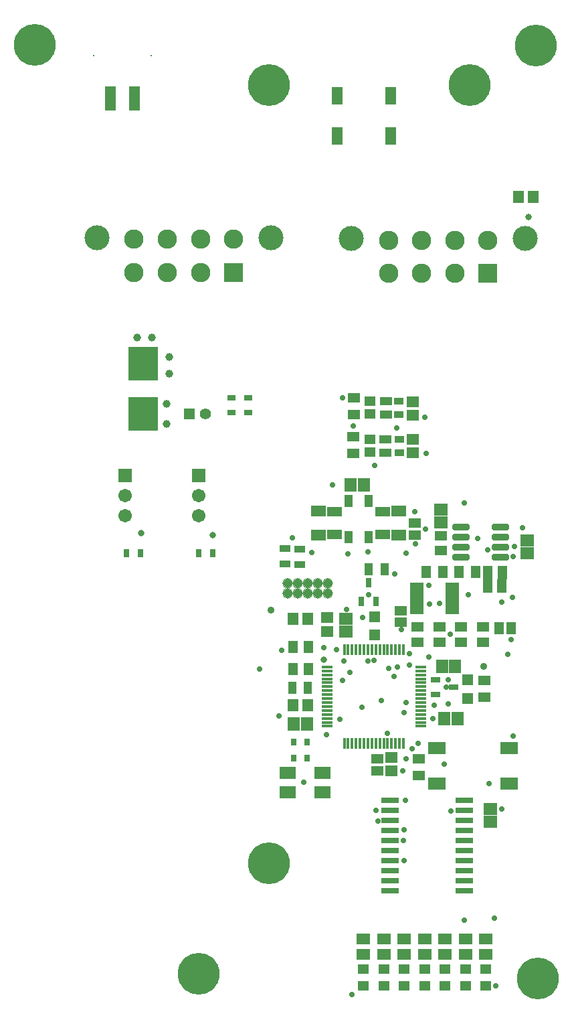
<source format=gts>
G04*
G04 #@! TF.GenerationSoftware,Altium Limited,Altium Designer,21.7.2 (23)*
G04*
G04 Layer_Color=8388736*
%FSLAX25Y25*%
%MOIN*%
G70*
G04*
G04 #@! TF.SameCoordinates,186AB076-094B-42DB-82BF-AC498878BA60*
G04*
G04*
G04 #@! TF.FilePolarity,Negative*
G04*
G01*
G75*
%ADD19C,0.00000*%
%ADD20R,0.06509X0.05524*%
%ADD21R,0.05524X0.05131*%
%ADD22R,0.05800X0.12296*%
%ADD23R,0.15000X0.16693*%
%ADD24R,0.04134X0.03150*%
%ADD25R,0.05363X0.04558*%
%ADD26R,0.06115X0.06902*%
%ADD27R,0.06115X0.04147*%
%ADD28R,0.04343X0.06115*%
%ADD29R,0.07316X0.05339*%
%ADD30R,0.05151X0.03175*%
%ADD31R,0.05142X0.05938*%
%ADD32R,0.02559X0.03740*%
%ADD33R,0.05534X0.05938*%
%ADD34R,0.08280X0.06312*%
%ADD35R,0.05524X0.01666*%
%ADD36R,0.01666X0.05524*%
%ADD37R,0.03150X0.04134*%
%ADD38R,0.04422X0.06391*%
%ADD39R,0.06115X0.04934*%
%ADD40R,0.06312X0.05524*%
%ADD41R,0.08600X0.03000*%
%ADD42R,0.05709X0.03740*%
%ADD43R,0.05938X0.05534*%
%ADD44R,0.05500X0.09000*%
%ADD45R,0.07296X0.05131*%
%ADD46R,0.06902X0.06115*%
%ADD47R,0.03162X0.04540*%
%ADD48R,0.05328X0.05328*%
%ADD49R,0.06509X0.02178*%
%ADD50R,0.05938X0.04750*%
%ADD51R,0.05727X0.06127*%
%ADD52R,0.09068X0.06312*%
%ADD53R,0.04540X0.03162*%
%ADD54R,0.05938X0.05142*%
%ADD55R,0.06391X0.04619*%
%ADD56R,0.04750X0.05938*%
%ADD57R,0.04934X0.06115*%
G04:AMPARAMS|DCode=58|XSize=84.77mil|YSize=31.23mil|CornerRadius=6.9mil|HoleSize=0mil|Usage=FLASHONLY|Rotation=180.000|XOffset=0mil|YOffset=0mil|HoleType=Round|Shape=RoundedRectangle|*
%AMROUNDEDRECTD58*
21,1,0.08477,0.01742,0,0,180.0*
21,1,0.07097,0.03123,0,0,180.0*
1,1,0.01381,-0.03548,0.00871*
1,1,0.01381,0.03548,0.00871*
1,1,0.01381,0.03548,-0.00871*
1,1,0.01381,-0.03548,-0.00871*
%
%ADD58ROUNDEDRECTD58*%
%ADD59R,0.04934X0.06509*%
%ADD60C,0.00800*%
%ADD61C,0.12411*%
%ADD62C,0.09655*%
%ADD63R,0.09655X0.09655*%
%ADD64C,0.05556*%
%ADD65R,0.05556X0.05556*%
%ADD66R,0.06737X0.06737*%
%ADD67C,0.06737*%
%ADD68C,0.04500*%
%ADD69C,0.20800*%
%ADD70C,0.02847*%
%ADD71C,0.03300*%
%ADD72C,0.03600*%
%ADD73C,0.03950*%
%ADD74C,0.03900*%
%ADD75C,0.02800*%
D19*
X-118351Y214400D02*
G03*
X-118351Y214400I-2449J0D01*
G01*
Y209400D02*
G03*
X-118351Y209400I-2449J0D01*
G01*
X-123351Y214400D02*
G03*
X-123351Y214400I-2449J0D01*
G01*
Y209400D02*
G03*
X-123351Y209400I-2449J0D01*
G01*
X-128351Y214400D02*
G03*
X-128351Y214400I-2449J0D01*
G01*
Y209400D02*
G03*
X-128351Y209400I-2449J0D01*
G01*
X-133351Y214400D02*
G03*
X-133351Y214400I-2449J0D01*
G01*
Y209400D02*
G03*
X-133351Y209400I-2449J0D01*
G01*
X-138351Y214400D02*
G03*
X-138351Y214400I-2449J0D01*
G01*
Y209400D02*
G03*
X-138351Y209400I-2449J0D01*
G01*
D20*
X-52132Y29637D02*
D03*
Y37511D02*
D03*
X-41949Y29637D02*
D03*
Y37511D02*
D03*
X-62316Y29637D02*
D03*
Y37511D02*
D03*
X-72500Y29637D02*
D03*
Y37511D02*
D03*
X-103051Y29637D02*
D03*
Y37511D02*
D03*
X-92868Y29637D02*
D03*
Y37511D02*
D03*
X-82684Y29637D02*
D03*
Y37511D02*
D03*
D21*
X-42000Y22408D02*
D03*
Y14140D02*
D03*
X-92833Y22408D02*
D03*
Y14140D02*
D03*
X-103000Y22408D02*
D03*
Y14140D02*
D03*
X-72500Y22408D02*
D03*
Y14140D02*
D03*
X-82667Y22408D02*
D03*
Y14140D02*
D03*
X-62333Y22408D02*
D03*
Y14140D02*
D03*
X-52167Y22408D02*
D03*
Y14140D02*
D03*
D22*
X-229006Y455665D02*
D03*
X-217195D02*
D03*
D23*
X-212900Y298561D02*
D03*
Y323639D02*
D03*
D24*
X-160400Y299458D02*
D03*
Y306742D02*
D03*
X-168700Y299358D02*
D03*
Y306642D02*
D03*
D25*
X-99900Y286157D02*
D03*
Y279643D02*
D03*
Y298643D02*
D03*
Y305157D02*
D03*
D26*
X-109348Y263300D02*
D03*
X-102852D02*
D03*
X-137648Y144500D02*
D03*
X-131152D02*
D03*
X-56204Y146900D02*
D03*
X-62700D02*
D03*
X-57352Y173000D02*
D03*
X-63848D02*
D03*
D27*
X-92100Y285948D02*
D03*
Y279452D02*
D03*
X-91900Y304948D02*
D03*
Y298452D02*
D03*
D28*
X-100579Y255257D02*
D03*
Y237343D02*
D03*
X-110421Y255257D02*
D03*
Y237343D02*
D03*
D29*
X-85300Y250508D02*
D03*
Y238492D02*
D03*
X-125300Y238392D02*
D03*
Y250408D02*
D03*
D30*
X-85300Y305050D02*
D03*
Y298350D02*
D03*
X-85200Y286050D02*
D03*
Y279350D02*
D03*
D31*
X-130557Y171800D02*
D03*
X-138243D02*
D03*
X-130557Y182800D02*
D03*
X-138243D02*
D03*
D32*
X-131017Y135393D02*
D03*
X-137907D02*
D03*
X-137852Y127493D02*
D03*
X-130962D02*
D03*
D33*
X-130753Y153600D02*
D03*
X-138047D02*
D03*
Y196700D02*
D03*
X-130753D02*
D03*
D34*
X-140761Y119924D02*
D03*
X-123439D02*
D03*
Y110476D02*
D03*
X-140761D02*
D03*
D35*
X-121250Y155058D02*
D03*
Y151120D02*
D03*
Y147184D02*
D03*
Y143246D02*
D03*
Y145215D02*
D03*
Y149152D02*
D03*
Y153089D02*
D03*
Y172774D02*
D03*
Y168837D02*
D03*
Y164900D02*
D03*
Y160963D02*
D03*
Y170806D02*
D03*
Y166868D02*
D03*
Y162932D02*
D03*
Y157026D02*
D03*
Y158994D02*
D03*
X-74400Y160963D02*
D03*
Y164900D02*
D03*
Y168837D02*
D03*
Y172774D02*
D03*
Y170806D02*
D03*
Y166868D02*
D03*
Y162932D02*
D03*
Y143246D02*
D03*
Y147184D02*
D03*
Y151120D02*
D03*
Y155058D02*
D03*
Y145215D02*
D03*
Y149152D02*
D03*
Y153089D02*
D03*
Y158994D02*
D03*
Y157026D02*
D03*
D36*
X-100778Y181435D02*
D03*
X-104715D02*
D03*
X-108652D02*
D03*
X-112589D02*
D03*
X-110620D02*
D03*
X-106684D02*
D03*
X-102746D02*
D03*
X-83061D02*
D03*
X-86998D02*
D03*
X-90935D02*
D03*
X-94872D02*
D03*
X-85030D02*
D03*
X-88967D02*
D03*
X-92904D02*
D03*
X-98809D02*
D03*
X-96841D02*
D03*
X-94872Y134585D02*
D03*
X-90935D02*
D03*
X-86998D02*
D03*
X-83061D02*
D03*
X-85030D02*
D03*
X-88967D02*
D03*
X-92904D02*
D03*
X-112589D02*
D03*
X-108652D02*
D03*
X-104715D02*
D03*
X-100778D02*
D03*
X-110620D02*
D03*
X-106684D02*
D03*
X-102746D02*
D03*
X-96841D02*
D03*
X-98809D02*
D03*
D37*
X-221242Y229500D02*
D03*
X-213958D02*
D03*
X-185242D02*
D03*
X-177958D02*
D03*
D38*
X-130663Y162400D02*
D03*
X-138537D02*
D03*
X-92463Y221400D02*
D03*
X-100337D02*
D03*
D39*
X-96100Y121147D02*
D03*
Y127053D02*
D03*
X-77500Y244253D02*
D03*
Y238347D02*
D03*
X-84500Y194947D02*
D03*
Y200853D02*
D03*
D40*
X-89000Y121153D02*
D03*
Y127847D02*
D03*
X-78400Y285946D02*
D03*
Y279254D02*
D03*
X-78500Y298153D02*
D03*
Y304847D02*
D03*
D41*
X-89700Y106300D02*
D03*
Y101300D02*
D03*
Y96300D02*
D03*
Y91300D02*
D03*
Y86300D02*
D03*
Y81300D02*
D03*
Y76300D02*
D03*
Y71300D02*
D03*
Y66300D02*
D03*
Y61300D02*
D03*
X-52700D02*
D03*
Y66300D02*
D03*
Y71300D02*
D03*
Y76300D02*
D03*
Y81300D02*
D03*
Y86300D02*
D03*
Y91300D02*
D03*
Y96300D02*
D03*
Y101300D02*
D03*
Y106300D02*
D03*
D42*
X-142200Y223961D02*
D03*
Y231639D02*
D03*
X-134800Y231539D02*
D03*
Y223861D02*
D03*
D43*
X-121000Y190253D02*
D03*
Y197547D02*
D03*
D44*
X-89450Y437000D02*
D03*
Y457000D02*
D03*
X-115950D02*
D03*
Y437000D02*
D03*
D45*
X-117546Y238890D02*
D03*
Y250110D02*
D03*
X-93400Y250110D02*
D03*
Y238890D02*
D03*
D46*
X-111600Y196848D02*
D03*
Y190352D02*
D03*
X-39800Y95652D02*
D03*
Y102148D02*
D03*
X-64300Y251148D02*
D03*
Y244652D02*
D03*
X-21400Y229352D02*
D03*
Y235848D02*
D03*
D47*
X-104140Y205474D02*
D03*
X-96660D02*
D03*
X-100400Y214726D02*
D03*
D48*
X-97400Y197826D02*
D03*
Y188574D02*
D03*
X-51200Y157174D02*
D03*
Y166426D02*
D03*
D49*
X-76360Y207884D02*
D03*
Y213790D02*
D03*
Y211821D02*
D03*
Y209853D02*
D03*
Y205916D02*
D03*
Y203947D02*
D03*
Y201979D02*
D03*
Y200010D02*
D03*
X-58840D02*
D03*
Y213790D02*
D03*
Y211821D02*
D03*
Y209853D02*
D03*
Y207884D02*
D03*
Y205916D02*
D03*
Y203947D02*
D03*
Y201979D02*
D03*
D50*
X-108000Y279063D02*
D03*
Y287337D02*
D03*
X-107900Y298463D02*
D03*
Y306737D02*
D03*
X-75400Y127137D02*
D03*
Y118863D02*
D03*
X-42800Y165937D02*
D03*
Y157663D02*
D03*
D51*
X-25845Y406700D02*
D03*
X-18555D02*
D03*
D52*
X-30487Y132558D02*
D03*
X-66313D02*
D03*
X-30487Y114842D02*
D03*
X-66313D02*
D03*
D53*
X-67200Y166380D02*
D03*
Y158900D02*
D03*
X-57948Y162640D02*
D03*
D54*
X-54300Y192743D02*
D03*
Y185057D02*
D03*
X-65200Y192743D02*
D03*
Y185057D02*
D03*
X-76100Y192743D02*
D03*
Y185057D02*
D03*
X-43400Y192643D02*
D03*
Y184957D02*
D03*
D55*
X-64500Y238161D02*
D03*
Y230839D02*
D03*
D56*
X-63563Y220000D02*
D03*
X-71837D02*
D03*
X-55404D02*
D03*
X-47130D02*
D03*
D57*
X-29547Y192100D02*
D03*
X-35453D02*
D03*
D58*
X-54328Y227400D02*
D03*
Y232400D02*
D03*
Y237400D02*
D03*
Y242400D02*
D03*
X-34800D02*
D03*
Y237400D02*
D03*
Y232400D02*
D03*
Y227400D02*
D03*
D59*
X-41242Y213200D02*
D03*
X-33958D02*
D03*
X-33858Y219800D02*
D03*
X-41142D02*
D03*
D60*
X-237470Y477200D02*
D03*
X-208730D02*
D03*
D61*
X-109054Y385943D02*
D03*
X-22440D02*
D03*
X-235804Y386487D02*
D03*
X-149190D02*
D03*
D62*
X-90550Y385191D02*
D03*
X-74015D02*
D03*
X-57479D02*
D03*
X-40944D02*
D03*
X-90550Y368655D02*
D03*
X-74015D02*
D03*
X-57479D02*
D03*
X-217300Y385735D02*
D03*
X-200765D02*
D03*
X-184229D02*
D03*
X-167694D02*
D03*
X-217300Y369200D02*
D03*
X-200765D02*
D03*
X-184229D02*
D03*
D63*
X-40944Y368655D02*
D03*
X-167694Y369200D02*
D03*
D64*
X-181863Y298700D02*
D03*
D65*
X-189737D02*
D03*
D66*
X-185058Y268000D02*
D03*
X-221600Y267900D02*
D03*
D67*
X-185058Y258000D02*
D03*
Y248000D02*
D03*
X-221600Y247900D02*
D03*
Y257900D02*
D03*
D68*
X-120800Y214400D02*
D03*
Y209400D02*
D03*
X-125800Y214400D02*
D03*
Y209400D02*
D03*
X-130800Y214400D02*
D03*
Y209400D02*
D03*
X-135800Y214400D02*
D03*
Y209400D02*
D03*
X-140800Y214400D02*
D03*
Y209400D02*
D03*
D69*
X-266900Y482300D02*
D03*
X-150000Y75000D02*
D03*
X-185100Y20000D02*
D03*
X-16200Y17600D02*
D03*
X-17100Y481900D02*
D03*
X-50000Y462500D02*
D03*
X-150000D02*
D03*
D70*
X-37000Y14200D02*
D03*
X-52600Y46800D02*
D03*
X-108800Y9800D02*
D03*
X-84100Y191300D02*
D03*
X-100900Y175700D02*
D03*
X-60600Y154500D02*
D03*
X-59800Y188900D02*
D03*
X-34000Y204900D02*
D03*
X-100600Y230200D02*
D03*
X-87500Y219100D02*
D03*
X-65000Y204500D02*
D03*
X-50600Y208771D02*
D03*
X-122624Y182300D02*
D03*
X-103900Y152700D02*
D03*
X-80000Y179400D02*
D03*
X-81700Y127200D02*
D03*
X-82900Y150100D02*
D03*
X-97500Y272900D02*
D03*
X-103400Y197500D02*
D03*
X-143800Y181224D02*
D03*
X-85942Y172766D02*
D03*
X-29547Y186253D02*
D03*
X-67600Y153700D02*
D03*
X-81900Y154900D02*
D03*
X-86300Y291800D02*
D03*
X-138500Y237200D02*
D03*
X-113500Y306700D02*
D03*
X-118300Y263400D02*
D03*
X-34000Y102000D02*
D03*
X-132600Y115550D02*
D03*
X-114900Y146600D02*
D03*
X-145200Y148300D02*
D03*
X-121300Y139100D02*
D03*
X-113300Y166000D02*
D03*
X-83400Y121200D02*
D03*
X-62600Y124500D02*
D03*
X-78900Y132000D02*
D03*
X-75900Y134600D02*
D03*
X-28500Y138400D02*
D03*
X-91010Y139590D02*
D03*
X-68427Y147073D02*
D03*
X-94200Y156000D02*
D03*
X-61700Y162700D02*
D03*
X-109800Y170200D02*
D03*
X-154900Y171800D02*
D03*
X-111300Y201300D02*
D03*
X-112800Y175700D02*
D03*
X-116407Y181513D02*
D03*
X-110700Y229000D02*
D03*
X-128700Y229600D02*
D03*
X-60700Y166400D02*
D03*
X-87600Y167900D02*
D03*
X-90300Y171900D02*
D03*
X-80000Y173800D02*
D03*
X-97800Y175900D02*
D03*
X-70548Y177752D02*
D03*
X-31200Y179000D02*
D03*
X-70200Y203900D02*
D03*
X-108100Y292700D02*
D03*
X-100400Y208800D02*
D03*
X-81800Y229300D02*
D03*
X-77500Y250200D02*
D03*
X-77200Y233900D02*
D03*
X-72500Y297100D02*
D03*
X-72173Y241327D02*
D03*
X-71800Y279200D02*
D03*
X-70400Y213400D02*
D03*
X-52600Y254500D02*
D03*
X-37700Y47700D02*
D03*
X-83050Y86250D02*
D03*
X-82644Y91823D02*
D03*
X-95923Y96123D02*
D03*
X-59500Y101050D02*
D03*
X-96700Y101300D02*
D03*
X-28800Y207500D02*
D03*
X-46200Y236700D02*
D03*
X-41200Y230900D02*
D03*
X-28376Y227800D02*
D03*
X-27729Y232700D02*
D03*
X-23900Y242200D02*
D03*
X-81977Y106292D02*
D03*
X-40300Y114700D02*
D03*
D71*
X-122600Y176400D02*
D03*
X-20800Y396800D02*
D03*
X-213900Y239300D02*
D03*
X-178100Y238500D02*
D03*
D72*
X-43000Y173000D02*
D03*
X-149100Y201000D02*
D03*
D73*
X-201200Y293661D02*
D03*
X-208500Y336561D02*
D03*
X-215900D02*
D03*
X-201200Y303561D02*
D03*
D74*
X-199600Y327161D02*
D03*
Y318761D02*
D03*
D75*
X-82700Y76300D02*
D03*
M02*

</source>
